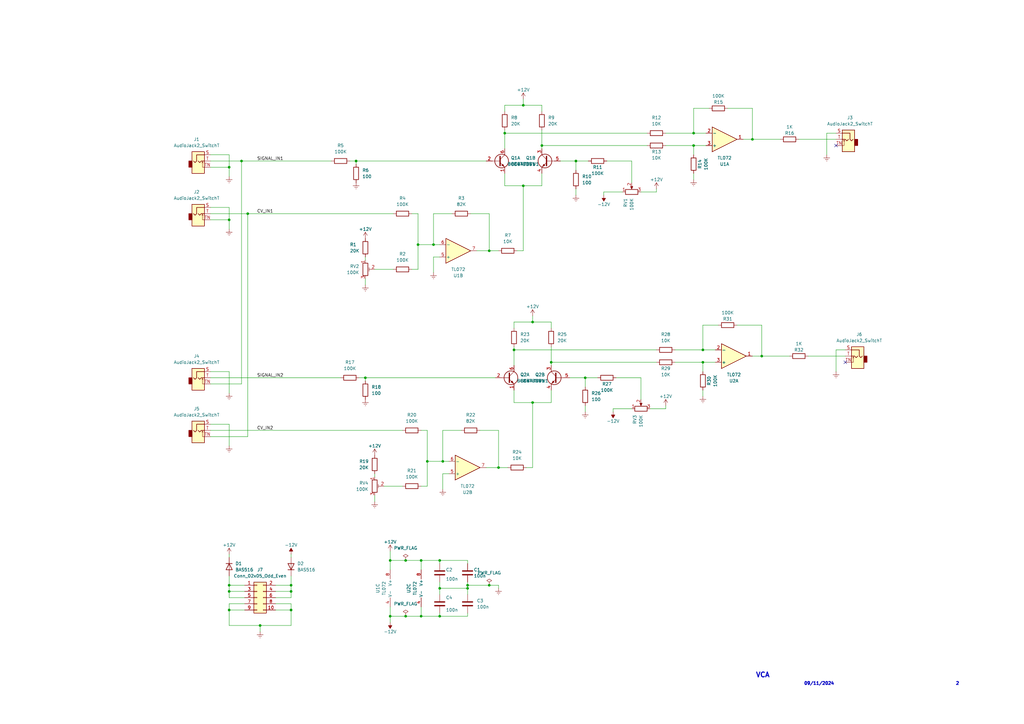
<source format=kicad_sch>
(kicad_sch (version 20230121) (generator eeschema)
  (paper "A3")
  (lib_symbols
    (symbol "Amplifier_Operational:TL072" (pin_names (offset 0.127))
      (property "Reference" "U" (at 0 5.08 0))
      (property "Value" "TL072" (at 0 -5.08 0))
      (symbol "TL072_1_1"
        (polyline (pts (xy -5.08 5.08) (xy 5.08 0) (xy -5.08 -5.08) (xy -5.08 5.08)) (stroke (width 0.254)) (fill (type background)))
        (pin output line (at 7.62 0 180) (length 2.54) (name "~") (number "1"))
        (pin input line (at -7.62 -2.54 0) (length 2.54) (name "-") (number "2"))
        (pin input line (at -7.62 2.54 0) (length 2.54) (name "+") (number "3"))
      )
      (symbol "TL072_2_1"
        (polyline (pts (xy -5.08 5.08) (xy 5.08 0) (xy -5.08 -5.08) (xy -5.08 5.08)) (stroke (width 0.254)) (fill (type background)))
        (pin input line (at -7.62 2.54 0) (length 2.54) (name "+") (number "5"))
        (pin input line (at -7.62 -2.54 0) (length 2.54) (name "-") (number "6"))
        (pin output line (at 7.62 0 180) (length 2.54) (name "~") (number "7"))
      )
      (symbol "TL072_3_1"
        (pin power_in line (at -2.54 -7.62 90) (length 3.81) (name "V-") (number "4"))
        (pin power_in line (at -2.54 7.62 270) (length 3.81) (name "V+") (number "8"))
      )
    )
    (symbol "Connector_Audio:AudioJack2_SwitchT"
      (property "Reference" "J" (at 0 8.89 0))
      (property "Value" "AudioJack2_SwitchT" (at 0 6.35 0))
      (symbol "AudioJack2_SwitchT_0_1"
        (rectangle (start -2.54 0) (end -3.81 -2.54) (stroke (width 0.254)) (fill (type outline)))
        (polyline (pts (xy 1.778 -0.254) (xy 2.032 -0.762)))
        (polyline (pts (xy 0 0) (xy 0.635 -0.635) (xy 1.27 0) (xy 2.54 0)) (stroke (width 0.254)))
        (polyline (pts (xy 2.54 -2.54) (xy 1.778 -2.54) (xy 1.778 -0.254) (xy 1.524 -0.762)))
        (polyline (pts (xy 2.54 2.54) (xy -0.635 2.54) (xy -0.635 0) (xy -1.27 -0.635) (xy -1.905 0)) (stroke (width 0.254)))
        (rectangle (start 2.54 3.81) (end -2.54 -5.08) (stroke (width 0.254)) (fill (type background)))
      )
      (symbol "AudioJack2_SwitchT_1_1"
        (pin passive line (at 5.08 2.54 180) (length 2.54) (name "~") (number "S"))
        (pin passive line (at 5.08 0 180) (length 2.54) (name "~") (number "T"))
        (pin passive line (at 5.08 -2.54 180) (length 2.54) (name "~") (number "TN"))
      )
    )
    (symbol "Connector_Generic:Conn_02x05_Odd_Even" (pin_names (offset 1.016) hide)
      (property "Reference" "J" (at 1.27 7.62 0))
      (property "Value" "Conn_02x05_Odd_Even" (at 1.27 -7.62 0))
      (symbol "Conn_02x05_Odd_Even_1_1"
        (rectangle (start -1.27 -4.953) (end 0 -5.207) (stroke (width 0.1524)))
        (rectangle (start -1.27 -2.413) (end 0 -2.667) (stroke (width 0.1524)))
        (rectangle (start -1.27 0.127) (end 0 -0.127) (stroke (width 0.1524)))
        (rectangle (start -1.27 2.667) (end 0 2.413) (stroke (width 0.1524)))
        (rectangle (start -1.27 5.207) (end 0 4.953) (stroke (width 0.1524)))
        (rectangle (start -1.27 6.35) (end 3.81 -6.35) (stroke (width 0.254)) (fill (type background)))
        (rectangle (start 3.81 -4.953) (end 2.54 -5.207) (stroke (width 0.1524)))
        (rectangle (start 3.81 -2.413) (end 2.54 -2.667) (stroke (width 0.1524)))
        (rectangle (start 3.81 0.127) (end 2.54 -0.127) (stroke (width 0.1524)))
        (rectangle (start 3.81 2.667) (end 2.54 2.413) (stroke (width 0.1524)))
        (rectangle (start 3.81 5.207) (end 2.54 4.953) (stroke (width 0.1524)))
        (pin passive line (at -5.08 5.08 0) (length 3.81) (name "Pin_1") (number "1"))
        (pin passive line (at 7.62 -5.08 180) (length 3.81) (name "Pin_10") (number "10"))
        (pin passive line (at 7.62 5.08 180) (length 3.81) (name "Pin_2") (number "2"))
        (pin passive line (at -5.08 2.54 0) (length 3.81) (name "Pin_3") (number "3"))
        (pin passive line (at 7.62 2.54 180) (length 3.81) (name "Pin_4") (number "4"))
        (pin passive line (at -5.08 0 0) (length 3.81) (name "Pin_5") (number "5"))
        (pin passive line (at 7.62 0 180) (length 3.81) (name "Pin_6") (number "6"))
        (pin passive line (at -5.08 -2.54 0) (length 3.81) (name "Pin_7") (number "7"))
        (pin passive line (at 7.62 -2.54 180) (length 3.81) (name "Pin_8") (number "8"))
        (pin passive line (at -5.08 -5.08 0) (length 3.81) (name "Pin_9") (number "9"))
      )
    )
    (symbol "Device:C" (pin_numbers hide) (pin_names (offset 0.254))
      (property "Reference" "C" (at 0.635 2.54 0))
      (property "Value" "C" (at 0.635 -2.54 0))
      (symbol "C_0_1"
        (polyline (pts (xy -2.032 -0.762) (xy 2.032 -0.762)) (stroke (width 0.508)))
        (polyline (pts (xy -2.032 0.762) (xy 2.032 0.762)) (stroke (width 0.508)))
      )
      (symbol "C_1_1"
        (pin passive line (at 0 3.81 270) (length 2.794) (name "~") (number "1"))
        (pin passive line (at 0 -3.81 90) (length 2.794) (name "~") (number "2"))
      )
    )
    (symbol "Device:R" (pin_numbers hide) (pin_names (offset 0))
      (property "Reference" "R" (at 2.032 0 90))
      (property "Value" "R" (at 0 0 90))
      (symbol "R_0_1"
        (rectangle (start -1.016 -2.54) (end 1.016 2.54) (stroke (width 0.254)))
      )
      (symbol "R_1_1"
        (pin passive line (at 0 3.81 270) (length 1.27) (name "~") (number "1"))
        (pin passive line (at 0 -3.81 90) (length 1.27) (name "~") (number "2"))
      )
    )
    (symbol "Device:R_Potentiometer" (pin_names (offset 1.016) hide)
      (property "Reference" "RV" (at -4.445 0 90))
      (property "Value" "R_Potentiometer" (at -2.54 0 90))
      (symbol "R_Potentiometer_0_1"
        (polyline (pts (xy 2.54 0) (xy 1.524 0)))
        (polyline (pts (xy 1.143 0) (xy 2.286 0.508) (xy 2.286 -0.508) (xy 1.143 0)) (fill (type outline)))
        (rectangle (start 1.016 2.54) (end -1.016 -2.54) (stroke (width 0.254)))
      )
      (symbol "R_Potentiometer_1_1"
        (pin passive line (at 0 3.81 270) (length 1.27) (name "1") (number "1"))
        (pin passive line (at 3.81 0 180) (length 1.27) (name "2") (number "2"))
        (pin passive line (at 0 -3.81 90) (length 1.27) (name "3") (number "3"))
      )
    )
    (symbol "Device:R_Potentiometer_Trim" (pin_names (offset 1.016) hide)
      (property "Reference" "RV" (at -4.445 0 90))
      (property "Value" "R_Potentiometer_Trim" (at -2.54 0 90))
      (symbol "R_Potentiometer_Trim_0_1"
        (polyline (pts (xy 1.524 0.762) (xy 1.524 -0.762)))
        (polyline (pts (xy 2.54 0) (xy 1.524 0)))
        (rectangle (start 1.016 2.54) (end -1.016 -2.54) (stroke (width 0.254)))
      )
      (symbol "R_Potentiometer_Trim_1_1"
        (pin passive line (at 0 3.81 270) (length 1.27) (name "1") (number "1"))
        (pin passive line (at 3.81 0 180) (length 1.27) (name "2") (number "2"))
        (pin passive line (at 0 -3.81 90) (length 1.27) (name "3") (number "3"))
      )
    )
    (symbol "Diode:BAS516" (pin_numbers hide) (pin_names hide)
      (property "Reference" "D" (at 0 2.54 0))
      (property "Value" "BAS516" (at 0 -2.54 0))
      (symbol "BAS516_0_1"
        (polyline (pts (xy -1.27 1.27) (xy -1.27 -1.27)) (stroke (width 0.254)))
        (polyline (pts (xy 1.27 0) (xy -1.27 0)))
        (polyline (pts (xy 1.27 1.27) (xy 1.27 -1.27) (xy -1.27 0) (xy 1.27 1.27)) (stroke (width 0.254)))
      )
      (symbol "BAS516_1_1"
        (pin passive line (at -3.81 0 0) (length 2.54) (name "K") (number "1"))
        (pin passive line (at 3.81 0 180) (length 2.54) (name "A") (number "2"))
      )
    )
    (symbol "Transistor_BJT:BC847BDW1" (pin_names (offset 0) hide)
      (property "Reference" "Q" (at 5.08 1.27 0))
      (property "Value" "BC847BDW1" (at 5.08 -1.27 0))
      (symbol "BC847BDW1_0_1"
        (polyline (pts (xy 0.635 0) (xy -2.54 0)))
        (polyline (pts (xy 0.635 0.635) (xy 2.54 2.54)))
        (polyline (pts (xy 0.635 -0.635) (xy 2.54 -2.54) (xy 2.54 -2.54)))
        (polyline (pts (xy 0.635 1.905) (xy 0.635 -1.905) (xy 0.635 -1.905)) (stroke (width 0.508)))
        (polyline (pts (xy 1.27 -1.778) (xy 1.778 -1.27) (xy 2.286 -2.286) (xy 1.27 -1.778) (xy 1.27 -1.778)) (fill (type outline)))
        (circle (center 1.27 0) (radius 2.8194) (stroke (width 0.254)))
      )
      (symbol "BC847BDW1_1_1"
        (pin passive line (at 2.54 -5.08 90) (length 2.54) (name "E1") (number "1"))
        (pin input line (at -5.08 0 0) (length 2.54) (name "B1") (number "2"))
        (pin passive line (at 2.54 5.08 270) (length 2.54) (name "C1") (number "6"))
      )
      (symbol "BC847BDW1_2_1"
        (pin passive line (at 2.54 5.08 270) (length 2.54) (name "C2") (number "3"))
        (pin passive line (at 2.54 -5.08 90) (length 2.54) (name "E2") (number "4"))
        (pin input line (at -5.08 0 0) (length 2.54) (name "B2") (number "5"))
      )
    )
    (symbol "power:+12V" (power) (pin_names (offset 0))
      (property "Value" "+12V" (at 0 3.556 0))
      (symbol "+12V_0_1"
        (polyline (pts (xy -0.762 1.27) (xy 0 2.54)))
        (polyline (pts (xy 0 0) (xy 0 2.54)))
        (polyline (pts (xy 0 2.54) (xy 0.762 1.27)))
      )
      (symbol "+12V_1_1"
        (pin power_in line (at 0 0 90) (length 0) hide (name "+12V") (number "1"))
      )
    )
    (symbol "power:-12V" (power) (pin_names (offset 0))
      (property "Value" "-12V" (at 0 3.81 0))
      (symbol "-12V_0_0"
        (pin power_in line (at 0 0 90) (length 0) hide (name "-12V") (number "1"))
      )
      (symbol "-12V_0_1"
        (polyline (pts (xy 0 0) (xy 0 1.27) (xy 0.762 1.27) (xy 0 2.54) (xy -0.762 1.27) (xy 0 1.27)) (fill (type outline)))
      )
    )
    (symbol "power:GNDREF" (power) (pin_names (offset 0))
      (property "Value" "GNDREF" (at 0 -3.81 0))
      (symbol "GNDREF_0_1"
        (polyline (pts (xy -0.635 -1.905) (xy 0.635 -1.905)))
        (polyline (pts (xy -0.127 -2.54) (xy 0.127 -2.54)))
        (polyline (pts (xy 0 -1.27) (xy 0 0)))
        (polyline (pts (xy 1.27 -1.27) (xy -1.27 -1.27)))
      )
      (symbol "GNDREF_1_1"
        (pin power_in line (at 0 0 270) (length 0) hide (name "GNDREF") (number "1"))
      )
    )
    (symbol "power:PWR_FLAG" (power) (pin_numbers hide) (pin_names (offset 0) hide)
      (property "Value" "PWR_FLAG" (at 0 3.81 0))
      (symbol "PWR_FLAG_0_0"
        (pin power_out line (at 0 0 90) (length 0) (name "pwr") (number "1"))
      )
      (symbol "PWR_FLAG_0_1"
        (polyline (pts (xy 0 0) (xy 0 1.27) (xy -1.016 1.905) (xy 0 2.54) (xy 1.016 1.905) (xy 0 1.27)))
      )
    )
  )
  (junction (at 172.72 252.73))
  (junction (at 166.37 229.87))
  (junction (at 191.77 240.03))
  (junction (at 288.29 148.59))
  (junction (at 160.02 252.73))
  (junction (at 204.47 191.77))
  (junction (at 99.06 66.04))
  (junction (at 160.02 229.87))
  (junction (at 236.22 66.04))
  (junction (at 222.25 59.69))
  (junction (at 171.45 100.33))
  (junction (at 93.98 242.57))
  (junction (at 93.98 68.58))
  (junction (at 93.98 250.19))
  (junction (at 177.8 100.33))
  (junction (at 218.44 165.1))
  (junction (at 180.34 229.87))
  (junction (at 175.26 189.23))
  (junction (at 284.48 54.61))
  (junction (at 240.03 154.94))
  (junction (at 172.72 229.87))
  (junction (at 210.82 143.51))
  (junction (at 180.34 252.73))
  (junction (at 226.06 148.59))
  (junction (at 181.61 189.23))
  (junction (at 200.66 102.87))
  (junction (at 312.42 146.05))
  (junction (at 191.77 241.3))
  (junction (at 200.66 240.03))
  (junction (at 93.98 90.17))
  (junction (at 288.29 143.51))
  (junction (at 101.6 87.63))
  (junction (at 214.63 43.18))
  (junction (at 218.44 132.08))
  (junction (at 149.86 154.94))
  (junction (at 284.48 59.69))
  (junction (at 146.05 66.04))
  (junction (at 93.98 240.03))
  (junction (at 214.63 76.2))
  (junction (at 166.37 252.73))
  (junction (at 180.34 241.3))
  (junction (at 106.68 256.54))
  (junction (at 308.61 57.15))
  (junction (at 119.38 250.19))
  (junction (at 119.38 242.57))
  (junction (at 119.38 240.03))
  (junction (at 207.01 54.61))
  (no_connect (at 346.71 148.59))
  (no_connect (at 342.9 59.69))
  (wire (pts (xy 251.46 168.91) (xy 251.46 167.64)))
  (wire (pts (xy 119.38 240.03) (xy 113.03 240.03)))
  (wire (pts (xy 93.98 85.09) (xy 93.98 90.17)))
  (wire (pts (xy 210.82 132.08) (xy 210.82 134.62)))
  (wire (pts (xy 86.36 152.4) (xy 93.98 152.4)))
  (wire (pts (xy 214.63 76.2) (xy 222.25 76.2)))
  (wire (pts (xy 308.61 44.45) (xy 308.61 57.15)))
  (wire (pts (xy 308.61 57.15) (xy 304.8 57.15)))
  (wire (pts (xy 143.51 66.04) (xy 146.05 66.04)))
  (wire (pts (xy 284.48 71.12) (xy 284.48 73.66)))
  (wire (pts (xy 119.38 247.65) (xy 119.38 250.19)))
  (wire (pts (xy 247.65 78.74) (xy 255.27 78.74)))
  (wire (pts (xy 259.08 74.93) (xy 259.08 66.04)))
  (wire (pts (xy 172.72 176.53) (xy 175.26 176.53)))
  (wire (pts (xy 276.86 148.59) (xy 288.29 148.59)))
  (wire (pts (xy 93.98 227.33) (xy 93.98 228.6)))
  (wire (pts (xy 180.34 241.3) (xy 180.34 243.84)))
  (wire (pts (xy 100.33 247.65) (xy 93.98 247.65)))
  (wire (pts (xy 119.38 236.22) (xy 119.38 240.03)))
  (wire (pts (xy 160.02 248.92) (xy 160.02 252.73)))
  (wire (pts (xy 218.44 165.1) (xy 226.06 165.1)))
  (wire (pts (xy 200.66 102.87) (xy 195.58 102.87)))
  (wire (pts (xy 240.03 154.94) (xy 240.03 158.75)))
  (wire (pts (xy 172.72 229.87) (xy 180.34 229.87)))
  (wire (pts (xy 251.46 167.64) (xy 259.08 167.64)))
  (wire (pts (xy 288.29 143.51) (xy 293.37 143.51)))
  (wire (pts (xy 99.06 66.04) (xy 99.06 157.48)))
  (wire (pts (xy 331.47 146.05) (xy 346.71 146.05)))
  (wire (pts (xy 86.36 176.53) (xy 165.1 176.53)))
  (wire (pts (xy 214.63 76.2) (xy 207.01 76.2)))
  (wire (pts (xy 93.98 68.58) (xy 93.98 72.39)))
  (wire (pts (xy 236.22 77.47) (xy 236.22 80.01)))
  (wire (pts (xy 204.47 176.53) (xy 204.47 191.77)))
  (wire (pts (xy 166.37 229.87) (xy 172.72 229.87)))
  (wire (pts (xy 147.32 154.94) (xy 149.86 154.94)))
  (wire (pts (xy 180.34 251.46) (xy 180.34 252.73)))
  (wire (pts (xy 149.86 154.94) (xy 203.2 154.94)))
  (wire (pts (xy 180.34 241.3) (xy 180.34 238.76)))
  (wire (pts (xy 86.36 90.17) (xy 93.98 90.17)))
  (wire (pts (xy 200.66 240.03) (xy 191.77 240.03)))
  (wire (pts (xy 222.25 71.12) (xy 222.25 76.2)))
  (wire (pts (xy 207.01 53.34) (xy 207.01 54.61)))
  (wire (pts (xy 166.37 252.73) (xy 172.72 252.73)))
  (wire (pts (xy 226.06 148.59) (xy 269.24 148.59)))
  (wire (pts (xy 191.77 240.03) (xy 191.77 241.3)))
  (wire (pts (xy 288.29 160.02) (xy 288.29 162.56)))
  (wire (pts (xy 119.38 242.57) (xy 119.38 240.03)))
  (wire (pts (xy 101.6 87.63) (xy 101.6 179.07)))
  (wire (pts (xy 171.45 100.33) (xy 177.8 100.33)))
  (wire (pts (xy 177.8 100.33) (xy 180.34 100.33)))
  (wire (pts (xy 181.61 176.53) (xy 181.61 189.23)))
  (wire (pts (xy 214.63 76.2) (xy 214.63 102.87)))
  (wire (pts (xy 214.63 43.18) (xy 207.01 43.18)))
  (wire (pts (xy 284.48 44.45) (xy 284.48 54.61)))
  (wire (pts (xy 180.34 241.3) (xy 191.77 241.3)))
  (wire (pts (xy 119.38 250.19) (xy 119.38 256.54)))
  (wire (pts (xy 86.36 87.63) (xy 101.6 87.63)))
  (wire (pts (xy 160.02 252.73) (xy 160.02 255.27)))
  (wire (pts (xy 269.24 77.47) (xy 269.24 78.74)))
  (wire (pts (xy 204.47 240.03) (xy 200.66 240.03)))
  (wire (pts (xy 177.8 105.41) (xy 180.34 105.41)))
  (wire (pts (xy 180.34 252.73) (xy 191.77 252.73)))
  (wire (pts (xy 210.82 143.51) (xy 210.82 149.86)))
  (wire (pts (xy 284.48 59.69) (xy 284.48 63.5)))
  (wire (pts (xy 218.44 132.08) (xy 226.06 132.08)))
  (wire (pts (xy 302.26 133.35) (xy 312.42 133.35)))
  (wire (pts (xy 200.66 102.87) (xy 204.47 102.87)))
  (wire (pts (xy 273.05 167.64) (xy 266.7 167.64)))
  (wire (pts (xy 172.72 248.92) (xy 172.72 252.73)))
  (wire (pts (xy 298.45 44.45) (xy 308.61 44.45)))
  (wire (pts (xy 160.02 226.06) (xy 160.02 229.87)))
  (wire (pts (xy 207.01 43.18) (xy 207.01 45.72)))
  (wire (pts (xy 181.61 194.31) (xy 181.61 200.66)))
  (wire (pts (xy 185.42 87.63) (xy 177.8 87.63)))
  (wire (pts (xy 93.98 152.4) (xy 93.98 161.29)))
  (wire (pts (xy 226.06 148.59) (xy 226.06 149.86)))
  (wire (pts (xy 113.03 242.57) (xy 119.38 242.57)))
  (wire (pts (xy 222.25 59.69) (xy 265.43 59.69)))
  (wire (pts (xy 191.77 251.46) (xy 191.77 252.73)))
  (wire (pts (xy 86.36 157.48) (xy 99.06 157.48)))
  (wire (pts (xy 181.61 194.31) (xy 184.15 194.31)))
  (wire (pts (xy 233.68 154.94) (xy 240.03 154.94)))
  (wire (pts (xy 218.44 165.1) (xy 218.44 191.77)))
  (wire (pts (xy 86.36 154.94) (xy 139.7 154.94)))
  (wire (pts (xy 119.38 256.54) (xy 106.68 256.54)))
  (wire (pts (xy 212.09 102.87) (xy 214.63 102.87)))
  (wire (pts (xy 160.02 229.87) (xy 166.37 229.87)))
  (wire (pts (xy 204.47 240.03) (xy 204.47 241.3)))
  (wire (pts (xy 327.66 57.15) (xy 342.9 57.15)))
  (wire (pts (xy 160.02 229.87) (xy 160.02 233.68)))
  (wire (pts (xy 93.98 250.19) (xy 100.33 250.19)))
  (wire (pts (xy 294.64 133.35) (xy 288.29 133.35)))
  (wire (pts (xy 146.05 66.04) (xy 199.39 66.04)))
  (wire (pts (xy 214.63 40.64) (xy 214.63 43.18)))
  (wire (pts (xy 240.03 166.37) (xy 240.03 168.91)))
  (wire (pts (xy 226.06 160.02) (xy 226.06 165.1)))
  (wire (pts (xy 93.98 250.19) (xy 93.98 256.54)))
  (wire (pts (xy 86.36 66.04) (xy 99.06 66.04)))
  (wire (pts (xy 229.87 66.04) (xy 236.22 66.04)))
  (wire (pts (xy 149.86 105.41) (xy 149.86 106.68)))
  (wire (pts (xy 222.25 59.69) (xy 222.25 60.96)))
  (wire (pts (xy 288.29 133.35) (xy 288.29 143.51)))
  (wire (pts (xy 168.91 110.49) (xy 171.45 110.49)))
  (wire (pts (xy 160.02 252.73) (xy 166.37 252.73)))
  (wire (pts (xy 342.9 143.51) (xy 342.9 152.4)))
  (wire (pts (xy 218.44 129.54) (xy 218.44 132.08)))
  (wire (pts (xy 215.9 191.77) (xy 218.44 191.77)))
  (wire (pts (xy 210.82 165.1) (xy 210.82 160.02)))
  (wire (pts (xy 157.48 199.39) (xy 165.1 199.39)))
  (wire (pts (xy 226.06 142.24) (xy 226.06 148.59)))
  (wire (pts (xy 191.77 241.3) (xy 191.77 243.84)))
  (wire (pts (xy 200.66 87.63) (xy 200.66 102.87)))
  (wire (pts (xy 180.34 229.87) (xy 180.34 231.14)))
  (wire (pts (xy 119.38 245.11) (xy 119.38 242.57)))
  (wire (pts (xy 93.98 247.65) (xy 93.98 250.19)))
  (wire (pts (xy 312.42 133.35) (xy 312.42 146.05)))
  (wire (pts (xy 218.44 165.1) (xy 210.82 165.1)))
  (wire (pts (xy 175.26 199.39) (xy 175.26 189.23)))
  (wire (pts (xy 290.83 44.45) (xy 284.48 44.45)))
  (wire (pts (xy 252.73 154.94) (xy 262.89 154.94)))
  (wire (pts (xy 177.8 105.41) (xy 177.8 111.76)))
  (wire (pts (xy 214.63 43.18) (xy 222.25 43.18)))
  (wire (pts (xy 86.36 179.07) (xy 101.6 179.07)))
  (wire (pts (xy 100.33 242.57) (xy 93.98 242.57)))
  (wire (pts (xy 180.34 229.87) (xy 191.77 229.87)))
  (wire (pts (xy 101.6 87.63) (xy 161.29 87.63)))
  (wire (pts (xy 86.36 85.09) (xy 93.98 85.09)))
  (wire (pts (xy 222.25 45.72) (xy 222.25 43.18)))
  (wire (pts (xy 153.67 203.2) (xy 153.67 205.74)))
  (wire (pts (xy 276.86 143.51) (xy 288.29 143.51)))
  (wire (pts (xy 240.03 154.94) (xy 245.11 154.94)))
  (wire (pts (xy 284.48 54.61) (xy 289.56 54.61)))
  (wire (pts (xy 236.22 66.04) (xy 241.3 66.04)))
  (wire (pts (xy 172.72 252.73) (xy 180.34 252.73)))
  (wire (pts (xy 193.04 87.63) (xy 200.66 87.63)))
  (wire (pts (xy 204.47 191.77) (xy 208.28 191.77)))
  (wire (pts (xy 177.8 87.63) (xy 177.8 100.33)))
  (wire (pts (xy 248.92 66.04) (xy 259.08 66.04)))
  (wire (pts (xy 312.42 146.05) (xy 308.61 146.05)))
  (wire (pts (xy 191.77 229.87) (xy 191.77 231.14)))
  (wire (pts (xy 175.26 176.53) (xy 175.26 189.23)))
  (wire (pts (xy 207.01 54.61) (xy 265.43 54.61)))
  (wire (pts (xy 113.03 245.11) (xy 119.38 245.11)))
  (wire (pts (xy 146.05 66.04) (xy 146.05 67.31)))
  (wire (pts (xy 181.61 189.23) (xy 184.15 189.23)))
  (wire (pts (xy 175.26 189.23) (xy 181.61 189.23)))
  (wire (pts (xy 269.24 78.74) (xy 262.89 78.74)))
  (wire (pts (xy 93.98 173.99) (xy 93.98 182.88)))
  (wire (pts (xy 191.77 240.03) (xy 191.77 238.76)))
  (wire (pts (xy 204.47 191.77) (xy 199.39 191.77)))
  (wire (pts (xy 273.05 59.69) (xy 284.48 59.69)))
  (wire (pts (xy 218.44 132.08) (xy 210.82 132.08)))
  (wire (pts (xy 207.01 76.2) (xy 207.01 71.12)))
  (wire (pts (xy 210.82 143.51) (xy 269.24 143.51)))
  (wire (pts (xy 100.33 240.03) (xy 93.98 240.03)))
  (wire (pts (xy 207.01 54.61) (xy 207.01 60.96)))
  (wire (pts (xy 100.33 245.11) (xy 93.98 245.11)))
  (wire (pts (xy 93.98 63.5) (xy 93.98 68.58)))
  (wire (pts (xy 119.38 227.33) (xy 119.38 228.6)))
  (wire (pts (xy 168.91 87.63) (xy 171.45 87.63)))
  (wire (pts (xy 236.22 66.04) (xy 236.22 69.85)))
  (wire (pts (xy 189.23 176.53) (xy 181.61 176.53)))
  (wire (pts (xy 93.98 236.22) (xy 93.98 240.03)))
  (wire (pts (xy 262.89 163.83) (xy 262.89 154.94)))
  (wire (pts (xy 312.42 146.05) (xy 323.85 146.05)))
  (wire (pts (xy 86.36 68.58) (xy 93.98 68.58)))
  (wire (pts (xy 153.67 110.49) (xy 161.29 110.49)))
  (wire (pts (xy 153.67 194.31) (xy 153.67 195.58)))
  (wire (pts (xy 222.25 53.34) (xy 222.25 59.69)))
  (wire (pts (xy 342.9 54.61) (xy 339.09 54.61)))
  (wire (pts (xy 149.86 114.3) (xy 149.86 116.84)))
  (wire (pts (xy 273.05 166.37) (xy 273.05 167.64)))
  (wire (pts (xy 113.03 250.19) (xy 119.38 250.19)))
  (wire (pts (xy 210.82 142.24) (xy 210.82 143.51)))
  (wire (pts (xy 99.06 66.04) (xy 135.89 66.04)))
  (wire (pts (xy 149.86 154.94) (xy 149.86 156.21)))
  (wire (pts (xy 226.06 134.62) (xy 226.06 132.08)))
  (wire (pts (xy 93.98 256.54) (xy 106.68 256.54)))
  (wire (pts (xy 93.98 90.17) (xy 93.98 93.98)))
  (wire (pts (xy 172.72 199.39) (xy 175.26 199.39)))
  (wire (pts (xy 196.85 176.53) (xy 204.47 176.53)))
  (wire (pts (xy 172.72 233.68) (xy 172.72 229.87)))
  (wire (pts (xy 93.98 242.57) (xy 93.98 240.03)))
  (wire (pts (xy 284.48 59.69) (xy 289.56 59.69)))
  (wire (pts (xy 113.03 247.65) (xy 119.38 247.65)))
  (wire (pts (xy 339.09 54.61) (xy 339.09 63.5)))
  (wire (pts (xy 247.65 80.01) (xy 247.65 78.74)))
  (wire (pts (xy 86.36 173.99) (xy 93.98 173.99)))
  (wire (pts (xy 106.68 259.08) (xy 106.68 256.54)))
  (wire (pts (xy 86.36 63.5) (xy 93.98 63.5)))
  (wire (pts (xy 171.45 110.49) (xy 171.45 100.33)))
  (wire (pts (xy 288.29 148.59) (xy 293.37 148.59)))
  (wire (pts (xy 288.29 148.59) (xy 288.29 152.4)))
  (wire (pts (xy 273.05 54.61) (xy 284.48 54.61)))
  (wire (pts (xy 93.98 245.11) (xy 93.98 242.57)))
  (wire (pts (xy 346.71 143.51) (xy 342.9 143.51)))
  (wire (pts (xy 171.45 87.63) (xy 171.45 100.33)))
  (wire (pts (xy 308.61 57.15) (xy 320.04 57.15)))
  (text "VCA" (at 309.88 278.13 0) (effects (font (size 2 2) (thickness 0.4) bold) (justify left bottom)))
  (text "09/11/2024" (at 329.692 281.178 0) (effects (font (size 1.25 1.25) (thickness 0.4) bold) (justify left bottom)))
  (text "2" (at 391.922 281.178 0) (effects (font (size 1.25 1.25) (thickness 0.4) bold) (justify left bottom)))
  (label "SIGNAL_IN2" (at 105.41 154.94 0))
  (label "CV_IN2" (at 105.41 176.53 0))
  (label "SIGNAL_IN1" (at 105.41 66.04 0))
  (label "CV_IN1" (at 105.41 87.63 0))
  (symbol (lib_id "Device:R") (at 165.1 87.63 90) (unit 1)
    (property "Reference" "R4" (at 165.1 81.28 90))
    (property "Value" "100K" (at 165.1 83.82 90))
    (property "Footprint" "Resistor_SMD:R_0603_1608Metric_Pad0.98x0.95mm_HandSolder" (effects hide))
  )
  (symbol (lib_id "power:PWR_FLAG") (at 166.37 229.87 0) (unit 1)
    (property "Reference" "#FLG01" (effects hide))
    (property "Value" "PWR_FLAG" (at 166.37 224.79 0))
  )
  (symbol (lib_id "Connector_Audio:AudioJack2_SwitchT") (at 81.28 87.63 0) (unit 1)
    (property "Reference" "J2" (at 80.645 78.74 0))
    (property "Value" "AudioJack2_SwitchT" (at 80.645 81.28 0))
    (property "Footprint" "Other:Jack_3.5mm_VCO" (effects hide))
  )
  (symbol (lib_id "power:+12V") (at 149.86 97.79 0) (unit 1)
    (property "Reference" "#PWR01" (effects hide))
    (property "Value" "+12V" (at 149.86 93.98 0))
  )
  (symbol (lib_id "Device:R") (at 294.64 44.45 270) (unit 1)
    (property "Reference" "R15" (at 294.64 41.91 90))
    (property "Value" "100K" (at 294.64 39.37 90))
    (property "Footprint" "Resistor_SMD:R_0603_1608Metric_Pad0.98x0.95mm_HandSolder" (effects hide))
  )
  (symbol (lib_id "Device:R") (at 165.1 110.49 90) (unit 1)
    (property "Reference" "R2" (at 165.1 104.14 90))
    (property "Value" "100K" (at 165.1 106.68 90))
    (property "Footprint" "Resistor_SMD:R_0603_1608Metric_Pad0.98x0.95mm_HandSolder" (effects hide))
  )
  (symbol (lib_id "power:-12V") (at 251.46 168.91 180) (unit 1)
    (property "Reference" "#PWR021" (effects hide))
    (property "Value" "-12V" (at 251.46 172.72 0))
  )
  (symbol (lib_id "power:-12V") (at 160.02 255.27 180) (unit 1)
    (property "Reference" "#PWR026" (effects hide))
    (property "Value" "-12V" (at 160.02 259.08 0))
  )
  (symbol (lib_id "Device:R") (at 226.06 138.43 180) (unit 1)
    (property "Reference" "R25" (at 228.6 137.16 0) (effects (justify right)))
    (property "Value" "20K" (at 228.6 139.7 0) (effects (justify right)))
    (property "Footprint" "Resistor_SMD:R_0603_1608Metric_Pad0.98x0.95mm_HandSolder" (effects hide))
  )
  (symbol (lib_id "Transistor_BJT:BC847BDW1") (at 228.6 154.94 0) (mirror y) (unit 2)
    (property "Reference" "Q2" (at 223.52 153.67 0) (effects (justify left)))
    (property "Value" "BC847BDW1" (at 223.52 156.21 0) (effects (justify left)))
    (property "Footprint" "Package_TO_SOT_SMD:SOT-363_SC-70-6" (effects hide))
    (property "Datasheet" "http://www.onsemi.com/pub_link/Collateral/BC846BDW1T1-D.PDF" (effects hide))
  )
  (symbol (lib_id "power:PWR_FLAG") (at 166.37 252.73 0) (unit 1)
    (property "Reference" "#FLG02" (effects hide))
    (property "Value" "PWR_FLAG" (at 166.37 247.65 0))
  )
  (symbol (lib_id "Device:R") (at 245.11 66.04 90) (unit 1)
    (property "Reference" "R11" (at 245.11 68.58 90))
    (property "Value" "100K" (at 245.11 71.12 90))
    (property "Footprint" "Resistor_SMD:R_0603_1608Metric_Pad0.98x0.95mm_HandSolder" (effects hide))
  )
  (symbol (lib_id "power:GNDREF") (at 288.29 162.56 0) (unit 1)
    (property "Reference" "#PWR023" (effects hide))
    (property "Value" "GNDREF" (effects hide))
  )
  (symbol (lib_id "Amplifier_Operational:TL072") (at 297.18 57.15 0) (mirror x) (unit 1)
    (property "Reference" "U1" (at 297.18 67.31 0))
    (property "Value" "TL072" (at 297.18 64.77 0))
    (property "Footprint" "Package_SO:SOIC-8-1EP_3.9x4.9mm_P1.27mm_EP2.29x3mm" (effects hide))
    (property "Datasheet" "http://www.ti.com/lit/ds/symlink/tl071.pdf" (effects hide))
  )
  (symbol (lib_id "Device:R") (at 298.45 133.35 270) (unit 1)
    (property "Reference" "R31" (at 298.45 130.81 90))
    (property "Value" "100K" (at 298.45 128.27 90))
    (property "Footprint" "Resistor_SMD:R_0603_1608Metric_Pad0.98x0.95mm_HandSolder" (effects hide))
  )
  (symbol (lib_id "Connector_Audio:AudioJack2_SwitchT") (at 81.28 154.94 0) (unit 1)
    (property "Reference" "J4" (at 80.645 146.05 0))
    (property "Value" "AudioJack2_SwitchT" (at 80.645 148.59 0))
    (property "Footprint" "Other:Jack_3.5mm_VCO" (effects hide))
  )
  (symbol (lib_id "Diode:BAS516") (at 119.38 232.41 90) (unit 1)
    (property "Reference" "D2" (at 121.92 231.14 90) (effects (justify right)))
    (property "Value" "BAS516" (at 121.92 233.68 90) (effects (justify right)))
    (property "Footprint" "Diode_SMD:D_SOD-523" (effects hide))
    (property "Datasheet" "https://assets.nexperia.com/documents/data-sheet/BAS16_SER.pdf" (effects hide))
    (property "Sim.Device" "D" (effects hide))
    (property "Sim.Pins" "1=K 2=A" (effects hide))
  )
  (symbol (lib_id "Device:R") (at 288.29 156.21 180) (unit 1)
    (property "Reference" "R30" (at 290.83 156.21 90))
    (property "Value" "100K" (at 293.37 156.21 90))
    (property "Footprint" "Resistor_SMD:R_0603_1608Metric_Pad0.98x0.95mm_HandSolder" (effects hide))
  )
  (symbol (lib_id "power:GNDREF") (at 204.47 241.3 0) (unit 1)
    (property "Reference" "#PWR027" (effects hide))
    (property "Value" "GNDREF" (effects hide))
  )
  (symbol (lib_id "Device:R_Potentiometer") (at 259.08 78.74 90) (unit 1)
    (property "Reference" "RV1" (at 256.54 81.28 0) (effects (justify right)))
    (property "Value" "100K" (at 259.08 81.28 0) (effects (justify right)))
    (property "Footprint" "Potentiometer_THT:Potentiometer_Bourns_3266W_Vertical" (effects hide))
  )
  (symbol (lib_id "Connector_Audio:AudioJack2_SwitchT") (at 81.28 176.53 0) (unit 1)
    (property "Reference" "J5" (at 80.645 167.64 0))
    (property "Value" "AudioJack2_SwitchT" (at 80.645 170.18 0))
    (property "Footprint" "Other:Jack_3.5mm_VCO" (effects hide))
  )
  (symbol (lib_id "Amplifier_Operational:TL072") (at 187.96 102.87 0) (mirror x) (unit 2)
    (property "Reference" "U1" (at 187.96 113.03 0))
    (property "Value" "TL072" (at 187.96 110.49 0))
    (property "Footprint" "Package_SO:SOIC-8-1EP_3.9x4.9mm_P1.27mm_EP2.29x3mm" (effects hide))
    (property "Datasheet" "http://www.ti.com/lit/ds/symlink/tl071.pdf" (effects hide))
  )
  (symbol (lib_id "Device:R_Potentiometer_Trim") (at 153.67 199.39 0) (unit 1)
    (property "Reference" "RV4" (at 151.13 198.12 0) (effects (justify right)))
    (property "Value" "100K" (at 151.13 200.66 0) (effects (justify right)))
    (property "Footprint" "Other:Potentiometer_Bourns_PTV09A-1_Single_Vertical" (effects hide))
  )
  (symbol (lib_id "Amplifier_Operational:TL072") (at 191.77 191.77 0) (mirror x) (unit 2)
    (property "Reference" "U2" (at 191.77 201.93 0))
    (property "Value" "TL072" (at 191.77 199.39 0))
    (property "Footprint" "Package_SO:SOIC-8-1EP_3.9x4.9mm_P1.27mm_EP2.29x3mm" (effects hide))
    (property "Datasheet" "http://www.ti.com/lit/ds/symlink/tl071.pdf" (effects hide))
  )
  (symbol (lib_id "power:GNDREF") (at 93.98 93.98 0) (unit 1)
    (property "Reference" "#PWR05" (effects hide))
    (property "Value" "GNDREF" (effects hide))
  )
  (symbol (lib_id "Device:R_Potentiometer") (at 262.89 167.64 90) (unit 1)
    (property "Reference" "RV3" (at 260.35 170.18 0) (effects (justify right)))
    (property "Value" "100K" (at 262.89 170.18 0) (effects (justify right)))
    (property "Footprint" "Potentiometer_THT:Potentiometer_Bourns_3266W_Vertical" (effects hide))
  )
  (symbol (lib_id "Device:R") (at 149.86 101.6 180) (unit 1)
    (property "Reference" "R1" (at 143.51 100.33 0) (effects (justify right)))
    (property "Value" "20K" (at 143.51 102.87 0) (effects (justify right)))
    (property "Footprint" "Resistor_SMD:R_0603_1608Metric_Pad0.98x0.95mm_HandSolder" (effects hide))
  )
  (symbol (lib_id "power:+12V") (at 93.98 227.33 0) (unit 1)
    (property "Reference" "#PWR028" (effects hide))
    (property "Value" "+12V" (at 93.98 223.52 0))
  )
  (symbol (lib_id "power:+12V") (at 273.05 166.37 0) (unit 1)
    (property "Reference" "#PWR022" (effects hide))
    (property "Value" "+12V" (at 273.05 162.56 0))
  )
  (symbol (lib_id "Device:R") (at 273.05 143.51 90) (unit 1)
    (property "Reference" "R28" (at 273.05 137.16 90))
    (property "Value" "10K" (at 273.05 139.7 90))
    (property "Footprint" "Resistor_SMD:R_0603_1608Metric_Pad0.98x0.95mm_HandSolder" (effects hide))
  )
  (symbol (lib_id "Device:R") (at 153.67 190.5 180) (unit 1)
    (property "Reference" "R19" (at 147.32 189.23 0) (effects (justify right)))
    (property "Value" "20K" (at 147.32 191.77 0) (effects (justify right)))
    (property "Footprint" "Resistor_SMD:R_0603_1608Metric_Pad0.98x0.95mm_HandSolder" (effects hide))
  )
  (symbol (lib_id "Diode:BAS516") (at 93.98 232.41 270) (unit 1)
    (property "Reference" "D1" (at 96.52 231.14 90) (effects (justify left)))
    (property "Value" "BAS516" (at 96.52 233.68 90) (effects (justify left)))
    (property "Footprint" "Diode_SMD:D_SOD-523" (effects hide))
    (property "Datasheet" "https://assets.nexperia.com/documents/data-sheet/BAS16_SER.pdf" (effects hide))
    (property "Sim.Device" "D" (effects hide))
    (property "Sim.Pins" "1=K 2=A" (effects hide))
  )
  (symbol (lib_id "power:GNDREF") (at 93.98 161.29 0) (unit 1)
    (property "Reference" "#PWR013" (effects hide))
    (property "Value" "GNDREF" (effects hide))
  )
  (symbol (lib_id "power:+12V") (at 153.67 186.69 0) (unit 1)
    (property "Reference" "#PWR016" (effects hide))
    (property "Value" "+12V" (at 153.67 182.88 0))
  )
  (symbol (lib_id "Device:C") (at 191.77 234.95 0) (unit 1)
    (property "Reference" "C1" (at 194.31 233.68 0) (effects (justify left)))
    (property "Value" "100n" (at 194.31 236.22 0) (effects (justify left)))
    (property "Footprint" "Capacitor_SMD:C_0603_1608Metric_Pad1.08x0.95mm_HandSolder" (effects hide))
  )
  (symbol (lib_id "power:GNDREF") (at 342.9 152.4 0) (unit 1)
    (property "Reference" "#PWR024" (effects hide))
    (property "Value" "GNDREF" (effects hide))
  )
  (symbol (lib_id "power:GNDREF") (at 181.61 200.66 0) (unit 1)
    (property "Reference" "#PWR018" (effects hide))
    (property "Value" "GNDREF" (effects hide))
  )
  (symbol (lib_id "power:GNDREF") (at 93.98 72.39 0) (unit 1)
    (property "Reference" "#PWR04" (effects hide))
    (property "Value" "GNDREF" (effects hide))
  )
  (symbol (lib_id "power:GNDREF") (at 153.67 205.74 0) (unit 1)
    (property "Reference" "#PWR017" (effects hide))
    (property "Value" "GNDREF" (effects hide))
  )
  (symbol (lib_id "power:GNDREF") (at 149.86 116.84 0) (unit 1)
    (property "Reference" "#PWR02" (effects hide))
    (property "Value" "GNDREF" (effects hide))
  )
  (symbol (lib_id "Device:R_Potentiometer_Trim") (at 149.86 110.49 0) (unit 1)
    (property "Reference" "RV2" (at 147.32 109.22 0) (effects (justify right)))
    (property "Value" "100K" (at 147.32 111.76 0) (effects (justify right)))
    (property "Footprint" "Other:Potentiometer_Bourns_PTV09A-1_Single_Vertical" (effects hide))
  )
  (symbol (lib_id "power:GNDREF") (at 149.86 163.83 0) (unit 1)
    (property "Reference" "#PWR015" (effects hide))
    (property "Value" "GNDREF" (effects hide))
  )
  (symbol (lib_id "power:GNDREF") (at 106.68 259.08 0) (unit 1)
    (property "Reference" "#PWR030" (effects hide))
    (property "Value" "GNDREF" (effects hide))
  )
  (symbol (lib_id "power:GNDREF") (at 236.22 80.01 0) (unit 1)
    (property "Reference" "#PWR08" (effects hide))
    (property "Value" "GNDREF" (effects hide))
  )
  (symbol (lib_id "Device:R") (at 273.05 148.59 90) (unit 1)
    (property "Reference" "R29" (at 273.05 151.13 90))
    (property "Value" "10K" (at 273.05 153.67 90))
    (property "Footprint" "Resistor_SMD:R_0603_1608Metric_Pad0.98x0.95mm_HandSolder" (effects hide))
  )
  (symbol (lib_id "Transistor_BJT:BC847BDW1") (at 204.47 66.04 0) (unit 1)
    (property "Reference" "Q1" (at 209.55 64.77 0) (effects (justify left)))
    (property "Value" "BC847BDW1" (at 209.55 67.31 0) (effects (justify left)))
    (property "Footprint" "Package_TO_SOT_SMD:SOT-363_SC-70-6" (effects hide))
    (property "Datasheet" "http://www.onsemi.com/pub_link/Collateral/BC846BDW1T1-D.PDF" (effects hide))
  )
  (symbol (lib_id "Amplifier_Operational:TL072") (at 157.48 241.3 0) (mirror y) (unit 3)
    (property "Reference" "U1" (at 154.94 241.3 90))
    (property "Value" "TL072" (at 157.48 241.3 90))
    (property "Footprint" "Package_SO:SOIC-8-1EP_3.9x4.9mm_P1.27mm_EP2.29x3mm" (effects hide))
    (property "Datasheet" "http://www.ti.com/lit/ds/symlink/tl071.pdf" (effects hide))
  )
  (symbol (lib_id "Device:R") (at 323.85 57.15 270) (unit 1)
    (property "Reference" "R16" (at 323.85 54.61 90))
    (property "Value" "1K" (at 323.85 52.07 90))
    (property "Footprint" "Resistor_SMD:R_0603_1608Metric_Pad0.98x0.95mm_HandSolder" (effects hide))
  )
  (symbol (lib_id "Device:R") (at 222.25 49.53 180) (unit 1)
    (property "Reference" "R9" (at 224.79 48.26 0) (effects (justify right)))
    (property "Value" "20K" (at 224.79 50.8 0) (effects (justify right)))
    (property "Footprint" "Resistor_SMD:R_0603_1608Metric_Pad0.98x0.95mm_HandSolder" (effects hide))
  )
  (symbol (lib_id "power:+12V") (at 269.24 77.47 0) (unit 1)
    (property "Reference" "#PWR09" (effects hide))
    (property "Value" "+12V" (at 269.24 73.66 0))
  )
  (symbol (lib_id "power:+12V") (at 160.02 226.06 0) (unit 1)
    (property "Reference" "#PWR025" (effects hide))
    (property "Value" "+12V" (at 160.02 222.25 0))
  )
  (symbol (lib_id "Device:R") (at 236.22 73.66 180) (unit 1)
    (property "Reference" "R10" (at 238.76 72.39 0) (effects (justify right)))
    (property "Value" "100" (at 238.76 74.93 0) (effects (justify right)))
    (property "Footprint" "Resistor_SMD:R_0603_1608Metric_Pad0.98x0.95mm_HandSolder" (effects hide))
  )
  (symbol (lib_id "Device:R") (at 149.86 160.02 180) (unit 1)
    (property "Reference" "R18" (at 152.4 158.75 0) (effects (justify right)))
    (property "Value" "100" (at 152.4 161.29 0) (effects (justify right)))
    (property "Footprint" "Resistor_SMD:R_0603_1608Metric_Pad0.98x0.95mm_HandSolder" (effects hide))
  )
  (symbol (lib_id "Transistor_BJT:BC847BDW1") (at 224.79 66.04 0) (mirror y) (unit 2)
    (property "Reference" "Q1" (at 219.71 64.77 0) (effects (justify left)))
    (property "Value" "BC847BDW1" (at 219.71 67.31 0) (effects (justify left)))
    (property "Footprint" "Package_TO_SOT_SMD:SOT-363_SC-70-6" (effects hide))
    (property "Datasheet" "http://www.onsemi.com/pub_link/Collateral/BC846BDW1T1-D.PDF" (effects hide))
  )
  (symbol (lib_id "power:GNDREF") (at 284.48 73.66 0) (unit 1)
    (property "Reference" "#PWR011" (effects hide))
    (property "Value" "GNDREF" (effects hide))
  )
  (symbol (lib_id "Device:R") (at 168.91 176.53 90) (unit 1)
    (property "Reference" "R20" (at 168.91 170.18 90))
    (property "Value" "100K" (at 168.91 172.72 90))
    (property "Footprint" "Resistor_SMD:R_0603_1608Metric_Pad0.98x0.95mm_HandSolder" (effects hide))
  )
  (symbol (lib_id "Device:R") (at 212.09 191.77 90) (unit 1)
    (property "Reference" "R24" (at 212.09 185.42 90))
    (property "Value" "10K" (at 212.09 187.96 90))
    (property "Footprint" "Resistor_SMD:R_0603_1608Metric_Pad0.98x0.95mm_HandSolder" (effects hide))
  )
  (symbol (lib_id "power:GNDREF") (at 240.03 168.91 0) (unit 1)
    (property "Reference" "#PWR020" (effects hide))
    (property "Value" "GNDREF" (effects hide))
  )
  (symbol (lib_id "Amplifier_Operational:TL072") (at 300.99 146.05 0) (mirror x) (unit 1)
    (property "Reference" "U2" (at 300.99 156.21 0))
    (property "Value" "TL072" (at 300.99 153.67 0))
    (property "Footprint" "Package_SO:SOIC-8-1EP_3.9x4.9mm_P1.27mm_EP2.29x3mm" (effects hide))
    (property "Datasheet" "http://www.ti.com/lit/ds/symlink/tl071.pdf" (effects hide))
  )
  (symbol (lib_id "Device:R") (at 240.03 162.56 180) (unit 1)
    (property "Reference" "R26" (at 242.57 161.29 0) (effects (justify right)))
    (property "Value" "100" (at 242.57 163.83 0) (effects (justify right)))
    (property "Footprint" "Resistor_SMD:R_0603_1608Metric_Pad0.98x0.95mm_HandSolder" (effects hide))
  )
  (symbol (lib_id "Device:R") (at 269.24 54.61 90) (unit 1)
    (property "Reference" "R12" (at 269.24 48.26 90))
    (property "Value" "10K" (at 269.24 50.8 90))
    (property "Footprint" "Resistor_SMD:R_0603_1608Metric_Pad0.98x0.95mm_HandSolder" (effects hide))
  )
  (symbol (lib_id "Device:R") (at 193.04 176.53 90) (unit 1)
    (property "Reference" "R22" (at 193.04 170.18 90))
    (property "Value" "82K" (at 193.04 172.72 90))
    (property "Footprint" "Resistor_SMD:R_0603_1608Metric_Pad0.98x0.95mm_HandSolder" (effects hide))
  )
  (symbol (lib_id "power:+12V") (at 214.63 40.64 0) (unit 1)
    (property "Reference" "#PWR07" (effects hide))
    (property "Value" "+12V" (at 214.63 36.83 0))
  )
  (symbol (lib_id "power:GNDREF") (at 339.09 63.5 0) (unit 1)
    (property "Reference" "#PWR012" (effects hide))
    (property "Value" "GNDREF" (effects hide))
  )
  (symbol (lib_id "Connector_Generic:Conn_02x05_Odd_Even") (at 105.41 245.11 0) (unit 1)
    (property "Reference" "J7" (at 106.68 233.68 0))
    (property "Value" "Conn_02x05_Odd_Even" (at 106.68 236.22 0))
    (property "Footprint" "Connector_IDC:IDC-Header_2x05_P2.54mm_Vertical" (effects hide))
  )
  (symbol (lib_id "Device:R") (at 284.48 67.31 180) (unit 1)
    (property "Reference" "R14" (at 287.02 67.31 90))
    (property "Value" "100K" (at 289.56 67.31 90))
    (property "Footprint" "Resistor_SMD:R_0603_1608Metric_Pad0.98x0.95mm_HandSolder" (effects hide))
  )
  (symbol (lib_id "power:GNDREF") (at 177.8 111.76 0) (unit 1)
    (property "Reference" "#PWR03" (effects hide))
    (property "Value" "GNDREF" (effects hide))
  )
  (symbol (lib_id "Device:C") (at 180.34 234.95 0) (unit 1)
    (property "Reference" "C2" (at 182.88 233.68 0) (effects (justify left)))
    (property "Value" "100n" (at 182.88 237.49 0) (effects (justify left)))
    (property "Footprint" "Capacitor_SMD:C_0603_1608Metric_Pad1.08x0.95mm_HandSolder" (effects hide))
  )
  (symbol (lib_id "Connector_Audio:AudioJack2_SwitchT") (at 351.79 146.05 0) (mirror y) (unit 1)
    (property "Reference" "J6" (at 352.425 137.16 0))
    (property "Value" "AudioJack2_SwitchT" (at 352.425 139.7 0))
    (property "Footprint" "Other:Jack_3.5mm_VCO" (effects hide))
  )
  (symbol (lib_id "Device:R") (at 207.01 49.53 180) (unit 1)
    (property "Reference" "R8" (at 209.55 48.26 0) (effects (justify right)))
    (property "Value" "20K" (at 209.55 50.8 0) (effects (justify right)))
    (property "Footprint" "Resistor_SMD:R_0603_1608Metric_Pad0.98x0.95mm_HandSolder" (effects hide))
  )
  (symbol (lib_id "power:GNDREF") (at 146.05 74.93 0) (unit 1)
    (property "Reference" "#PWR06" (effects hide))
    (property "Value" "GNDREF" (effects hide))
  )
  (symbol (lib_id "Transistor_BJT:BC847BDW1") (at 208.28 154.94 0) (unit 1)
    (property "Reference" "Q2" (at 213.36 153.67 0) (effects (justify left)))
    (property "Value" "BC847BDW1" (at 213.36 156.21 0) (effects (justify left)))
    (property "Footprint" "Package_TO_SOT_SMD:SOT-363_SC-70-6" (effects hide))
    (property "Datasheet" "http://www.onsemi.com/pub_link/Collateral/BC846BDW1T1-D.PDF" (effects hide))
  )
  (symbol (lib_id "Device:C") (at 191.77 247.65 0) (unit 1)
    (property "Reference" "C3" (at 195.58 246.38 0) (effects (justify left)))
    (property "Value" "100n" (at 195.58 248.92 0) (effects (justify left)))
    (property "Footprint" "Capacitor_SMD:C_0603_1608Metric_Pad1.08x0.95mm_HandSolder" (effects hide))
  )
  (symbol (lib_id "Amplifier_Operational:TL072") (at 170.18 241.3 0) (mirror y) (unit 3)
    (property "Reference" "U2" (at 167.64 241.3 90))
    (property "Value" "TL072" (at 170.18 241.3 90))
    (property "Footprint" "Package_SO:SOIC-8-1EP_3.9x4.9mm_P1.27mm_EP2.29x3mm" (effects hide))
    (property "Datasheet" "http://www.ti.com/lit/ds/symlink/tl071.pdf" (effects hide))
  )
  (symbol (lib_id "power:-12V") (at 247.65 80.01 180) (unit 1)
    (property "Reference" "#PWR010" (effects hide))
    (property "Value" "-12V" (at 247.65 83.82 0))
  )
  (symbol (lib_id "Device:R") (at 248.92 154.94 90) (unit 1)
    (property "Reference" "R27" (at 248.92 157.48 90))
    (property "Value" "100K" (at 248.92 160.02 90))
    (property "Footprint" "Resistor_SMD:R_0603_1608Metric_Pad0.98x0.95mm_HandSolder" (effects hide))
  )
  (symbol (lib_id "power:-12V") (at 119.38 227.33 0) (unit 1)
    (property "Reference" "#PWR029" (effects hide))
    (property "Value" "-12V" (at 119.38 223.52 0))
  )
  (symbol (lib_id "power:PWR_FLAG") (at 200.66 240.03 0) (unit 1)
    (property "Reference" "#FLG03" (effects hide))
    (property "Value" "PWR_FLAG" (at 200.66 234.95 0))
  )
  (symbol (lib_id "power:GNDREF") (at 93.98 182.88 0) (unit 1)
    (property "Reference" "#PWR014" (effects hide))
    (property "Value" "GNDREF" (effects hide))
  )
  (symbol (lib_id "power:+12V") (at 218.44 129.54 0) (unit 1)
    (property "Reference" "#PWR019" (effects hide))
    (property "Value" "+12V" (at 218.44 125.73 0))
  )
  (symbol (lib_id "Device:R") (at 210.82 138.43 180) (unit 1)
    (property "Reference" "R23" (at 213.36 137.16 0) (effects (justify right)))
    (property "Value" "20K" (at 213.36 139.7 0) (effects (justify right)))
    (property "Footprint" "Resistor_SMD:R_0603_1608Metric_Pad0.98x0.95mm_HandSolder" (effects hide))
  )
  (symbol (lib_id "Device:R") (at 143.51 154.94 90) (unit 1)
    (property "Reference" "R17" (at 143.51 148.59 90))
    (property "Value" "100K" (at 143.51 151.13 90))
    (property "Footprint" "Resistor_SMD:R_0603_1608Metric_Pad0.98x0.95mm_HandSolder" (effects hide))
  )
  (symbol (lib_id "Device:R") (at 189.23 87.63 90) (unit 1)
    (property "Reference" "R3" (at 189.23 81.28 90))
    (property "Value" "82K" (at 189.23 83.82 90))
    (property "Footprint" "Resistor_SMD:R_0603_1608Metric_Pad0.98x0.95mm_HandSolder" (effects hide))
  )
  (symbol (lib_id "Device:R") (at 168.91 199.39 90) (unit 1)
    (property "Reference" "R21" (at 168.91 193.04 90))
    (property "Value" "100K" (at 168.91 195.58 90))
    (property "Footprint" "Resistor_SMD:R_0603_1608Metric_Pad0.98x0.95mm_HandSolder" (effects hide))
  )
  (symbol (lib_id "Device:R") (at 269.24 59.69 90) (unit 1)
    (property "Reference" "R13" (at 269.24 62.23 90))
    (property "Value" "10K" (at 269.24 64.77 90))
    (property "Footprint" "Resistor_SMD:R_0603_1608Metric_Pad0.98x0.95mm_HandSolder" (effects hide))
  )
  (symbol (lib_id "Device:R") (at 139.7 66.04 90) (unit 1)
    (property "Reference" "R5" (at 139.7 59.69 90))
    (property "Value" "100K" (at 139.7 62.23 90))
    (property "Footprint" "Resistor_SMD:R_0603_1608Metric_Pad0.98x0.95mm_HandSolder" (effects hide))
  )
  (symbol (lib_id "Device:R") (at 327.66 146.05 270) (unit 1)
    (property "Reference" "R32" (at 327.66 143.51 90))
    (property "Value" "1K" (at 327.66 140.97 90))
    (property "Footprint" "Resistor_SMD:R_0603_1608Metric_Pad0.98x0.95mm_HandSolder" (effects hide))
  )
  (symbol (lib_id "Device:R") (at 146.05 71.12 180) (unit 1)
    (property "Reference" "R6" (at 148.59 69.85 0) (effects (justify right)))
    (property "Value" "100" (at 148.59 72.39 0) (effects (justify right)))
    (property "Footprint" "Resistor_SMD:R_0603_1608Metric_Pad0.98x0.95mm_HandSolder" (effects hide))
  )
  (symbol (lib_id "Connector_Audio:AudioJack2_SwitchT") (at 81.28 66.04 0) (unit 1)
    (property "Reference" "J1" (at 80.645 57.15 0))
    (property "Value" "AudioJack2_SwitchT" (at 80.645 59.69 0))
    (property "Footprint" "Other:Jack_3.5mm_VCO" (effects hide))
  )
  (symbol (lib_id "Device:R") (at 208.28 102.87 90) (unit 1)
    (property "Reference" "R7" (at 208.28 96.52 90))
    (property "Value" "10K" (at 208.28 99.06 90))
    (property "Footprint" "Resistor_SMD:R_0603_1608Metric_Pad0.98x0.95mm_HandSolder" (effects hide))
  )
  (symbol (lib_id "Device:C") (at 180.34 247.65 0) (unit 1)
    (property "Reference" "C4" (at 182.88 245.11 0) (effects (justify left)))
    (property "Value" "100n" (at 182.88 250.19 0) (effects (justify left)))
    (property "Footprint" "Capacitor_SMD:C_0603_1608Metric_Pad1.08x0.95mm_HandSolder" (effects hide))
  )
  (symbol (lib_id "Connector_Audio:AudioJack2_SwitchT") (at 347.98 57.15 0) (mirror y) (unit 1)
    (property "Reference" "J3" (at 348.615 48.26 0))
    (property "Value" "AudioJack2_SwitchT" (at 348.615 50.8 0))
    (property "Footprint" "Other:Jack_3.5mm_VCO" (effects hide))
  )
)
</source>
